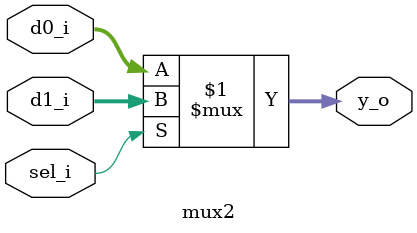
<source format=sv>
module mux2 (
    input  logic [31:0] d0_i,       // Input 0 (e.g., PC + 4)
    input  logic [31:0] d1_i,       // Input 1 (e.g., Branch Target)
    input  logic        sel_i,      // Select signal
    output logic [31:0] y_o         // Output
);

    // If sel_i is 1, choose d1. Else choose d0.
    assign y_o = sel_i ? d1_i : d0_i;

endmodule
</source>
